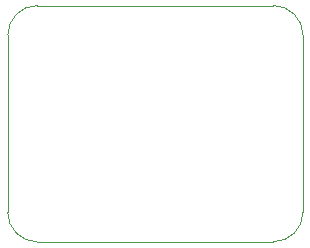
<source format=gbr>
%TF.GenerationSoftware,KiCad,Pcbnew,8.0.4*%
%TF.CreationDate,2024-08-13T13:30:06+02:00*%
%TF.ProjectId,TMP104_Development board,544d5031-3034-45f4-9465-76656c6f706d,rev?*%
%TF.SameCoordinates,Original*%
%TF.FileFunction,Profile,NP*%
%FSLAX46Y46*%
G04 Gerber Fmt 4.6, Leading zero omitted, Abs format (unit mm)*
G04 Created by KiCad (PCBNEW 8.0.4) date 2024-08-13 13:30:06*
%MOMM*%
%LPD*%
G01*
G04 APERTURE LIST*
%TA.AperFunction,Profile*%
%ADD10C,0.050000*%
%TD*%
G04 APERTURE END LIST*
D10*
X140815000Y-93701000D02*
G75*
G02*
X143315000Y-96201000I0J-2500000D01*
G01*
X118315000Y-96201000D02*
X118315000Y-111201000D01*
X118315000Y-96201000D02*
G75*
G02*
X120815000Y-93701000I2500000J0D01*
G01*
X140815000Y-93701000D02*
X120815000Y-93701000D01*
X143315000Y-111201000D02*
X143315000Y-96201000D01*
X120815000Y-113701000D02*
G75*
G02*
X118315000Y-111201000I0J2500000D01*
G01*
X120815000Y-113701000D02*
X140815000Y-113701000D01*
X143315000Y-111201000D02*
G75*
G02*
X140815000Y-113701000I-2500000J0D01*
G01*
M02*

</source>
